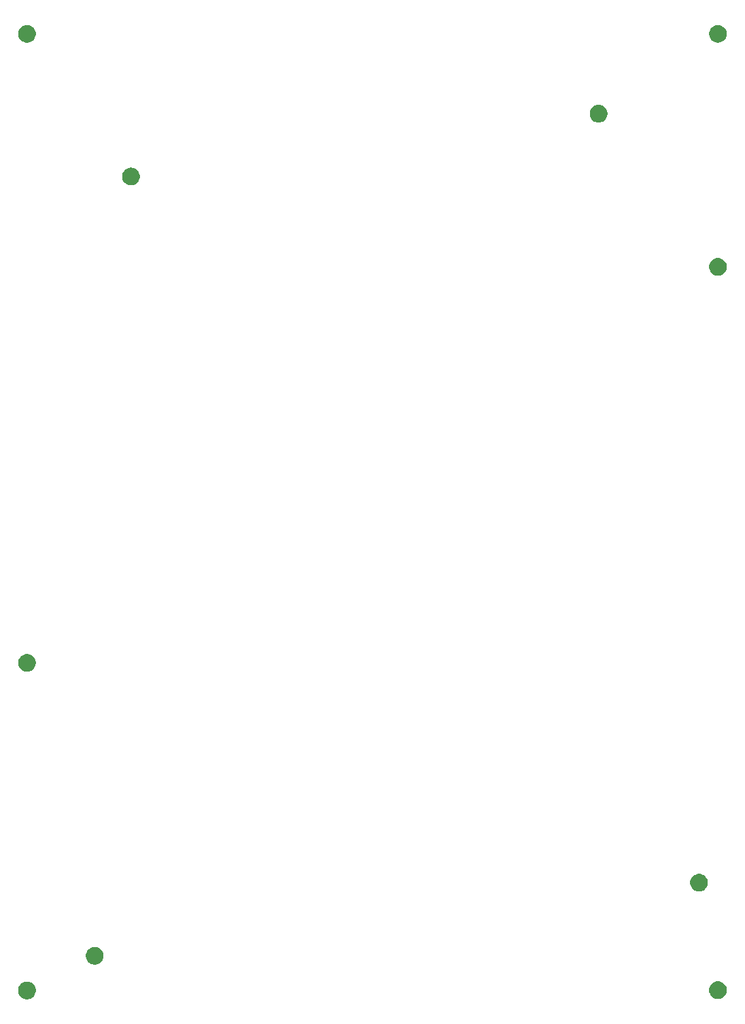
<source format=gbs>
G04 #@! TF.GenerationSoftware,KiCad,Pcbnew,(5.1.5-0-10_14)*
G04 #@! TF.CreationDate,2020-05-14T05:15:00+09:00*
G04 #@! TF.ProjectId,N-top-v02,4e2d746f-702d-4763-9032-2e6b69636164,rev?*
G04 #@! TF.SameCoordinates,Original*
G04 #@! TF.FileFunction,Soldermask,Bot*
G04 #@! TF.FilePolarity,Negative*
%FSLAX46Y46*%
G04 Gerber Fmt 4.6, Leading zero omitted, Abs format (unit mm)*
G04 Created by KiCad (PCBNEW (5.1.5-0-10_14)) date 2020-05-14 05:15:00*
%MOMM*%
%LPD*%
G04 APERTURE LIST*
%ADD10C,0.100000*%
G04 APERTURE END LIST*
D10*
G36*
X78504794Y-150120155D02*
G01*
X78611150Y-150141311D01*
X78811520Y-150224307D01*
X78991844Y-150344795D01*
X79145205Y-150498156D01*
X79265693Y-150678480D01*
X79265693Y-150678481D01*
X79336263Y-150848850D01*
X79348689Y-150878851D01*
X79385033Y-151061560D01*
X79391000Y-151091561D01*
X79391000Y-151308439D01*
X79354657Y-151491149D01*
X79348689Y-151521149D01*
X79265693Y-151721520D01*
X79145205Y-151901844D01*
X78991844Y-152055205D01*
X78811520Y-152175693D01*
X78711334Y-152217191D01*
X78611150Y-152258689D01*
X78504794Y-152279845D01*
X78398440Y-152301000D01*
X78181560Y-152301000D01*
X78075206Y-152279845D01*
X77968850Y-152258689D01*
X77868666Y-152217191D01*
X77768480Y-152175693D01*
X77588156Y-152055205D01*
X77434795Y-151901844D01*
X77314307Y-151721520D01*
X77231311Y-151521149D01*
X77225344Y-151491149D01*
X77189000Y-151308439D01*
X77189000Y-151091561D01*
X77194968Y-151061560D01*
X77231311Y-150878851D01*
X77243738Y-150848850D01*
X77314307Y-150678481D01*
X77314307Y-150678480D01*
X77434795Y-150498156D01*
X77588156Y-150344795D01*
X77768480Y-150224307D01*
X77968850Y-150141311D01*
X78075206Y-150120155D01*
X78181560Y-150099000D01*
X78398440Y-150099000D01*
X78504794Y-150120155D01*
G37*
G36*
X164554794Y-150090155D02*
G01*
X164661150Y-150111311D01*
X164733576Y-150141311D01*
X164861520Y-150194307D01*
X165041844Y-150314795D01*
X165195205Y-150468156D01*
X165315693Y-150648480D01*
X165398689Y-150848850D01*
X165419845Y-150955206D01*
X165441000Y-151061560D01*
X165441000Y-151278440D01*
X165419844Y-151384795D01*
X165398689Y-151491150D01*
X165315693Y-151691520D01*
X165195205Y-151871844D01*
X165041844Y-152025205D01*
X164861520Y-152145693D01*
X164789093Y-152175693D01*
X164661150Y-152228689D01*
X164554795Y-152249844D01*
X164448440Y-152271000D01*
X164231560Y-152271000D01*
X164125205Y-152249844D01*
X164018850Y-152228689D01*
X163890907Y-152175693D01*
X163818480Y-152145693D01*
X163638156Y-152025205D01*
X163484795Y-151871844D01*
X163364307Y-151691520D01*
X163281311Y-151491150D01*
X163260155Y-151384794D01*
X163239000Y-151278440D01*
X163239000Y-151061560D01*
X163260155Y-150955206D01*
X163281311Y-150848850D01*
X163364307Y-150648480D01*
X163484795Y-150468156D01*
X163638156Y-150314795D01*
X163818480Y-150194307D01*
X163946424Y-150141311D01*
X164018850Y-150111311D01*
X164125206Y-150090155D01*
X164231560Y-150069000D01*
X164448440Y-150069000D01*
X164554794Y-150090155D01*
G37*
G36*
X86944795Y-145810156D02*
G01*
X87051150Y-145831311D01*
X87251520Y-145914307D01*
X87431844Y-146034795D01*
X87585205Y-146188156D01*
X87705693Y-146368480D01*
X87788689Y-146568851D01*
X87831000Y-146781560D01*
X87831000Y-146998440D01*
X87788689Y-147211149D01*
X87705693Y-147411520D01*
X87585205Y-147591844D01*
X87431844Y-147745205D01*
X87251520Y-147865693D01*
X87151334Y-147907191D01*
X87051150Y-147948689D01*
X86944795Y-147969844D01*
X86838440Y-147991000D01*
X86621560Y-147991000D01*
X86515205Y-147969844D01*
X86408850Y-147948689D01*
X86308666Y-147907191D01*
X86208480Y-147865693D01*
X86028156Y-147745205D01*
X85874795Y-147591844D01*
X85754307Y-147411520D01*
X85671311Y-147211149D01*
X85629000Y-146998440D01*
X85629000Y-146781560D01*
X85671311Y-146568851D01*
X85754307Y-146368480D01*
X85874795Y-146188156D01*
X86028156Y-146034795D01*
X86208480Y-145914307D01*
X86408850Y-145831311D01*
X86515205Y-145810156D01*
X86621560Y-145789000D01*
X86838440Y-145789000D01*
X86944795Y-145810156D01*
G37*
G36*
X162214795Y-136710156D02*
G01*
X162321150Y-136731311D01*
X162521520Y-136814307D01*
X162701844Y-136934795D01*
X162855205Y-137088156D01*
X162975693Y-137268480D01*
X163058689Y-137468851D01*
X163101000Y-137681560D01*
X163101000Y-137898440D01*
X163058689Y-138111149D01*
X162975693Y-138311520D01*
X162855205Y-138491844D01*
X162701844Y-138645205D01*
X162521520Y-138765693D01*
X162421334Y-138807191D01*
X162321150Y-138848689D01*
X162214794Y-138869845D01*
X162108440Y-138891000D01*
X161891560Y-138891000D01*
X161785206Y-138869845D01*
X161678850Y-138848689D01*
X161578666Y-138807191D01*
X161478480Y-138765693D01*
X161298156Y-138645205D01*
X161144795Y-138491844D01*
X161024307Y-138311520D01*
X160941311Y-138111149D01*
X160899000Y-137898440D01*
X160899000Y-137681560D01*
X160941311Y-137468851D01*
X161024307Y-137268480D01*
X161144795Y-137088156D01*
X161298156Y-136934795D01*
X161478480Y-136814307D01*
X161678850Y-136731311D01*
X161785205Y-136710156D01*
X161891560Y-136689000D01*
X162108440Y-136689000D01*
X162214795Y-136710156D01*
G37*
G36*
X78504794Y-109350155D02*
G01*
X78611150Y-109371311D01*
X78711334Y-109412809D01*
X78811520Y-109454307D01*
X78991844Y-109574795D01*
X79145205Y-109728156D01*
X79265693Y-109908480D01*
X79348689Y-110108851D01*
X79391000Y-110321560D01*
X79391000Y-110538440D01*
X79348689Y-110751149D01*
X79265693Y-110951520D01*
X79145205Y-111131844D01*
X78991844Y-111285205D01*
X78811520Y-111405693D01*
X78711334Y-111447191D01*
X78611150Y-111488689D01*
X78504795Y-111509844D01*
X78398440Y-111531000D01*
X78181560Y-111531000D01*
X78075205Y-111509844D01*
X77968850Y-111488689D01*
X77868666Y-111447191D01*
X77768480Y-111405693D01*
X77588156Y-111285205D01*
X77434795Y-111131844D01*
X77314307Y-110951520D01*
X77231311Y-110751149D01*
X77189000Y-110538440D01*
X77189000Y-110321560D01*
X77231311Y-110108851D01*
X77314307Y-109908480D01*
X77434795Y-109728156D01*
X77588156Y-109574795D01*
X77768480Y-109454307D01*
X77868666Y-109412809D01*
X77968850Y-109371311D01*
X78075206Y-109350155D01*
X78181560Y-109329000D01*
X78398440Y-109329000D01*
X78504794Y-109350155D01*
G37*
G36*
X164554795Y-60090156D02*
G01*
X164661150Y-60111311D01*
X164761334Y-60152809D01*
X164861520Y-60194307D01*
X165041844Y-60314795D01*
X165195205Y-60468156D01*
X165315693Y-60648480D01*
X165398689Y-60848851D01*
X165441000Y-61061560D01*
X165441000Y-61278440D01*
X165398689Y-61491149D01*
X165315693Y-61691520D01*
X165195205Y-61871844D01*
X165041844Y-62025205D01*
X164861520Y-62145693D01*
X164661150Y-62228689D01*
X164554794Y-62249845D01*
X164448440Y-62271000D01*
X164231560Y-62271000D01*
X164125206Y-62249845D01*
X164018850Y-62228689D01*
X163818480Y-62145693D01*
X163638156Y-62025205D01*
X163484795Y-61871844D01*
X163364307Y-61691520D01*
X163281311Y-61491149D01*
X163239000Y-61278440D01*
X163239000Y-61061560D01*
X163281311Y-60848851D01*
X163364307Y-60648480D01*
X163484795Y-60468156D01*
X163638156Y-60314795D01*
X163818480Y-60194307D01*
X163918666Y-60152809D01*
X164018850Y-60111311D01*
X164125205Y-60090156D01*
X164231560Y-60069000D01*
X164448440Y-60069000D01*
X164554795Y-60090156D01*
G37*
G36*
X91464794Y-48840155D02*
G01*
X91571150Y-48861311D01*
X91671334Y-48902809D01*
X91771520Y-48944307D01*
X91951844Y-49064795D01*
X92105205Y-49218156D01*
X92225693Y-49398480D01*
X92308689Y-49598851D01*
X92351000Y-49811560D01*
X92351000Y-50028440D01*
X92308689Y-50241149D01*
X92225693Y-50441520D01*
X92105205Y-50621844D01*
X91951844Y-50775205D01*
X91771520Y-50895693D01*
X91571150Y-50978689D01*
X91464794Y-50999845D01*
X91358440Y-51021000D01*
X91141560Y-51021000D01*
X91035205Y-50999844D01*
X90928850Y-50978689D01*
X90728480Y-50895693D01*
X90548156Y-50775205D01*
X90394795Y-50621844D01*
X90274307Y-50441520D01*
X90191311Y-50241149D01*
X90149000Y-50028440D01*
X90149000Y-49811560D01*
X90191311Y-49598851D01*
X90274307Y-49398480D01*
X90394795Y-49218156D01*
X90548156Y-49064795D01*
X90728480Y-48944307D01*
X90828666Y-48902809D01*
X90928850Y-48861311D01*
X91035205Y-48840156D01*
X91141560Y-48819000D01*
X91358440Y-48819000D01*
X91464794Y-48840155D01*
G37*
G36*
X149694794Y-41020155D02*
G01*
X149801150Y-41041311D01*
X149901334Y-41082809D01*
X150001520Y-41124307D01*
X150181844Y-41244795D01*
X150335205Y-41398156D01*
X150455693Y-41578480D01*
X150538689Y-41778851D01*
X150581000Y-41991560D01*
X150581000Y-42208440D01*
X150538689Y-42421149D01*
X150455693Y-42621520D01*
X150335205Y-42801844D01*
X150181844Y-42955205D01*
X150001520Y-43075693D01*
X149801150Y-43158689D01*
X149694795Y-43179844D01*
X149588440Y-43201000D01*
X149371560Y-43201000D01*
X149265205Y-43179844D01*
X149158850Y-43158689D01*
X148958480Y-43075693D01*
X148778156Y-42955205D01*
X148624795Y-42801844D01*
X148504307Y-42621520D01*
X148421311Y-42421149D01*
X148379000Y-42208440D01*
X148379000Y-41991560D01*
X148421311Y-41778851D01*
X148504307Y-41578480D01*
X148624795Y-41398156D01*
X148778156Y-41244795D01*
X148958480Y-41124307D01*
X149058666Y-41082809D01*
X149158850Y-41041311D01*
X149265205Y-41020156D01*
X149371560Y-40999000D01*
X149588440Y-40999000D01*
X149694794Y-41020155D01*
G37*
G36*
X164554794Y-31090155D02*
G01*
X164661150Y-31111311D01*
X164761334Y-31152809D01*
X164861520Y-31194307D01*
X165041844Y-31314795D01*
X165195205Y-31468156D01*
X165315693Y-31648480D01*
X165398689Y-31848851D01*
X165441000Y-32061560D01*
X165441000Y-32278440D01*
X165398689Y-32491149D01*
X165315693Y-32691520D01*
X165195205Y-32871844D01*
X165041844Y-33025205D01*
X164861520Y-33145693D01*
X164661150Y-33228689D01*
X164554795Y-33249844D01*
X164448440Y-33271000D01*
X164231560Y-33271000D01*
X164125205Y-33249844D01*
X164018850Y-33228689D01*
X163818480Y-33145693D01*
X163638156Y-33025205D01*
X163484795Y-32871844D01*
X163364307Y-32691520D01*
X163281311Y-32491149D01*
X163239000Y-32278440D01*
X163239000Y-32061560D01*
X163281311Y-31848851D01*
X163364307Y-31648480D01*
X163484795Y-31468156D01*
X163638156Y-31314795D01*
X163818480Y-31194307D01*
X163918666Y-31152809D01*
X164018850Y-31111311D01*
X164125206Y-31090155D01*
X164231560Y-31069000D01*
X164448440Y-31069000D01*
X164554794Y-31090155D01*
G37*
G36*
X78504794Y-31090155D02*
G01*
X78611150Y-31111311D01*
X78711334Y-31152809D01*
X78811520Y-31194307D01*
X78991844Y-31314795D01*
X79145205Y-31468156D01*
X79265693Y-31648480D01*
X79348689Y-31848851D01*
X79391000Y-32061560D01*
X79391000Y-32278440D01*
X79348689Y-32491149D01*
X79265693Y-32691520D01*
X79145205Y-32871844D01*
X78991844Y-33025205D01*
X78811520Y-33145693D01*
X78611150Y-33228689D01*
X78504795Y-33249844D01*
X78398440Y-33271000D01*
X78181560Y-33271000D01*
X78075205Y-33249844D01*
X77968850Y-33228689D01*
X77768480Y-33145693D01*
X77588156Y-33025205D01*
X77434795Y-32871844D01*
X77314307Y-32691520D01*
X77231311Y-32491149D01*
X77189000Y-32278440D01*
X77189000Y-32061560D01*
X77231311Y-31848851D01*
X77314307Y-31648480D01*
X77434795Y-31468156D01*
X77588156Y-31314795D01*
X77768480Y-31194307D01*
X77868666Y-31152809D01*
X77968850Y-31111311D01*
X78075206Y-31090155D01*
X78181560Y-31069000D01*
X78398440Y-31069000D01*
X78504794Y-31090155D01*
G37*
M02*

</source>
